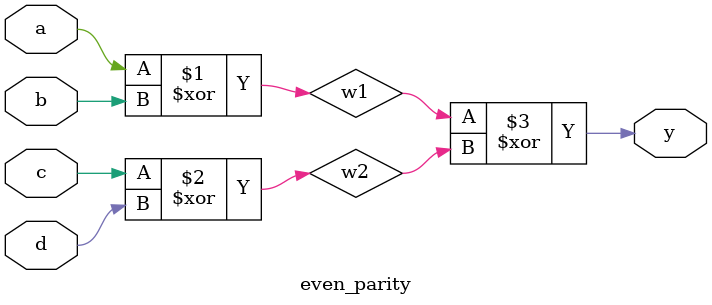
<source format=v>
module even_parity(input a,b,c,d,output y);
wire w1,w2;
xor g1(w1,a,b);
xor g2(w2,c,d);
xor g3(y,w1,w2);
endmodule

</source>
